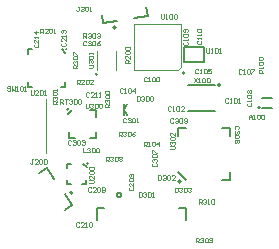
<source format=gto>
G04 Layer_Color=65535*
%FSLAX25Y25*%
%MOIN*%
G70*
G01*
G75*
%ADD44C,0.00400*%
%ADD46C,0.00500*%
%ADD47C,0.00800*%
%ADD48C,0.00700*%
%ADD72C,0.00492*%
%ADD73C,0.00433*%
%ADD74C,0.00394*%
%ADD75C,0.00787*%
D44*
X17511Y15200D02*
X18511Y13700D01*
Y15200D02*
X17511Y13700D01*
X19011D02*
X19510D01*
X19261D01*
Y15200D01*
X19011Y14950D01*
X20260D02*
X20510Y15200D01*
X21010D01*
X21260Y14950D01*
Y13950D01*
X21010Y13700D01*
X20510D01*
X20260Y13950D01*
Y14950D01*
X21760D02*
X22010Y15200D01*
X22510D01*
X22759Y14950D01*
Y13950D01*
X22510Y13700D01*
X22010D01*
X21760Y13950D01*
Y14950D01*
X9601Y-8600D02*
X10850D01*
X11100Y-8350D01*
Y-7850D01*
X10850Y-7600D01*
X9601D01*
X9850Y-7101D02*
X9601Y-6851D01*
Y-6351D01*
X9850Y-6101D01*
X10100D01*
X10350Y-6351D01*
Y-6601D01*
Y-6351D01*
X10600Y-6101D01*
X10850D01*
X11100Y-6351D01*
Y-6851D01*
X10850Y-7101D01*
X9850Y-5601D02*
X9601Y-5351D01*
Y-4851D01*
X9850Y-4601D01*
X10850D01*
X11100Y-4851D01*
Y-5351D01*
X10850Y-5601D01*
X9850D01*
X11100Y-3102D02*
Y-4101D01*
X10100Y-3102D01*
X9850D01*
X9601Y-3352D01*
Y-3852D01*
X9850Y-4101D01*
X-17600Y18600D02*
X-16350D01*
X-16100Y18850D01*
Y19350D01*
X-16350Y19600D01*
X-17600D01*
X-17350Y20099D02*
X-17600Y20349D01*
Y20849D01*
X-17350Y21099D01*
X-17100D01*
X-16850Y20849D01*
Y20599D01*
Y20849D01*
X-16600Y21099D01*
X-16350D01*
X-16100Y20849D01*
Y20349D01*
X-16350Y20099D01*
X-17350Y21599D02*
X-17600Y21849D01*
Y22349D01*
X-17350Y22599D01*
X-16350D01*
X-16100Y22349D01*
Y21849D01*
X-16350Y21599D01*
X-17350D01*
X-16100Y23099D02*
Y23598D01*
Y23348D01*
X-17600D01*
X-17350Y23099D01*
X-18600Y6600D02*
Y5350D01*
X-18350Y5100D01*
X-17850D01*
X-17600Y5350D01*
Y6600D01*
X-17100Y6350D02*
X-16851Y6600D01*
X-16351D01*
X-16101Y6350D01*
Y6100D01*
X-16351Y5850D01*
X-16601D01*
X-16351D01*
X-16101Y5600D01*
Y5350D01*
X-16351Y5100D01*
X-16851D01*
X-17100Y5350D01*
X-15601Y6350D02*
X-15351Y6600D01*
X-14851D01*
X-14601Y6350D01*
Y5350D01*
X-14851Y5100D01*
X-15351D01*
X-15601Y5350D01*
Y6350D01*
X-14101D02*
X-13851Y6600D01*
X-13352D01*
X-13102Y6350D01*
Y5350D01*
X-13352Y5100D01*
X-13851D01*
X-14101Y5350D01*
Y6350D01*
X-36900Y11100D02*
Y9850D01*
X-36650Y9600D01*
X-36150D01*
X-35900Y9850D01*
Y11100D01*
X-34401Y9600D02*
X-35401D01*
X-34401Y10600D01*
Y10850D01*
X-34651Y11100D01*
X-35151D01*
X-35401Y10850D01*
X-33901D02*
X-33651Y11100D01*
X-33151D01*
X-32901Y10850D01*
Y9850D01*
X-33151Y9600D01*
X-33651D01*
X-33901Y9850D01*
Y10850D01*
X-32401Y9600D02*
X-31902D01*
X-32151D01*
Y11100D01*
X-32401Y10850D01*
X-17400Y-19894D02*
X-16150D01*
X-15900Y-19644D01*
Y-19144D01*
X-16150Y-18894D01*
X-17400D01*
X-15900Y-17394D02*
Y-18394D01*
X-16900Y-17394D01*
X-17150D01*
X-17400Y-17644D01*
Y-18144D01*
X-17150Y-18394D01*
Y-16895D02*
X-17400Y-16645D01*
Y-16145D01*
X-17150Y-15895D01*
X-16150D01*
X-15900Y-16145D01*
Y-16645D01*
X-16150Y-16895D01*
X-17150D01*
Y-15395D02*
X-17400Y-15145D01*
Y-14645D01*
X-17150Y-14396D01*
X-16150D01*
X-15900Y-14645D01*
Y-15145D01*
X-16150Y-15395D01*
X-17150D01*
X21700Y24974D02*
Y23725D01*
X21950Y23475D01*
X22450D01*
X22700Y23725D01*
Y24974D01*
X23200Y23475D02*
X23699D01*
X23449D01*
Y24974D01*
X23200Y24724D01*
X24449D02*
X24699Y24974D01*
X25199D01*
X25449Y24724D01*
Y23725D01*
X25199Y23475D01*
X24699D01*
X24449Y23725D01*
Y24724D01*
X25949Y23475D02*
X26449D01*
X26199D01*
Y24974D01*
X25949Y24724D01*
X6600Y36299D02*
Y35050D01*
X6850Y34800D01*
X7350D01*
X7600Y35050D01*
Y36299D01*
X8100Y34800D02*
X8599D01*
X8349D01*
Y36299D01*
X8100Y36050D01*
X9349D02*
X9599Y36299D01*
X10099D01*
X10349Y36050D01*
Y35050D01*
X10099Y34800D01*
X9599D01*
X9349Y35050D01*
Y36050D01*
X10849D02*
X11099Y36299D01*
X11598D01*
X11848Y36050D01*
Y35050D01*
X11598Y34800D01*
X11099D01*
X10849Y35050D01*
Y36050D01*
X-43700Y12150D02*
X-43950Y12399D01*
X-44450D01*
X-44700Y12150D01*
Y11900D01*
X-44450Y11650D01*
X-43950D01*
X-43700Y11400D01*
Y11150D01*
X-43950Y10900D01*
X-44450D01*
X-44700Y11150D01*
X-43200Y12399D02*
Y10900D01*
X-42701Y11400D01*
X-42201Y10900D01*
Y12399D01*
X-41701Y10900D02*
X-41201D01*
X-41451D01*
Y12399D01*
X-41701Y12150D01*
X-40451D02*
X-40201Y12399D01*
X-39702D01*
X-39452Y12150D01*
Y11150D01*
X-39702Y10900D01*
X-40201D01*
X-40451Y11150D01*
Y12150D01*
X-38952Y10900D02*
X-38452D01*
X-38702D01*
Y12399D01*
X-38952Y12150D01*
X-27100Y6600D02*
Y8100D01*
X-26350D01*
X-26100Y7850D01*
Y7350D01*
X-26350Y7100D01*
X-27100D01*
X-26600D02*
X-26100Y6600D01*
X-25600Y8100D02*
X-24601D01*
X-25101D01*
Y6600D01*
X-24101Y7850D02*
X-23851Y8100D01*
X-23351D01*
X-23101Y7850D01*
Y7600D01*
X-23351Y7350D01*
X-23601D01*
X-23351D01*
X-23101Y7100D01*
Y6850D01*
X-23351Y6600D01*
X-23851D01*
X-24101Y6850D01*
X-22601Y7850D02*
X-22352Y8100D01*
X-21852D01*
X-21602Y7850D01*
Y6850D01*
X-21852Y6600D01*
X-22352D01*
X-22601Y6850D01*
Y7850D01*
X-21102D02*
X-20852Y8100D01*
X-20352D01*
X-20102Y7850D01*
Y6850D01*
X-20352Y6600D01*
X-20852D01*
X-21102Y6850D01*
Y7850D01*
X19100Y-26800D02*
Y-25300D01*
X19850D01*
X20100Y-25550D01*
Y-26050D01*
X19850Y-26300D01*
X19100D01*
X19600D02*
X20100Y-26800D01*
X20599Y-25550D02*
X20849Y-25300D01*
X21349D01*
X21599Y-25550D01*
Y-25800D01*
X21349Y-26050D01*
X21099D01*
X21349D01*
X21599Y-26300D01*
Y-26550D01*
X21349Y-26800D01*
X20849D01*
X20599Y-26550D01*
X22099Y-26800D02*
X22599D01*
X22349D01*
Y-25300D01*
X22099Y-25550D01*
X23349D02*
X23599Y-25300D01*
X24098D01*
X24348Y-25550D01*
Y-26550D01*
X24098Y-26800D01*
X23599D01*
X23349Y-26550D01*
Y-25550D01*
X18200Y-39700D02*
Y-38201D01*
X18950D01*
X19200Y-38450D01*
Y-38950D01*
X18950Y-39200D01*
X18200D01*
X18700D02*
X19200Y-39700D01*
X19700Y-38450D02*
X19949Y-38201D01*
X20449D01*
X20699Y-38450D01*
Y-38700D01*
X20449Y-38950D01*
X20199D01*
X20449D01*
X20699Y-39200D01*
Y-39450D01*
X20449Y-39700D01*
X19949D01*
X19700Y-39450D01*
X21199Y-38450D02*
X21449Y-38201D01*
X21949D01*
X22199Y-38450D01*
Y-39450D01*
X21949Y-39700D01*
X21449D01*
X21199Y-39450D01*
Y-38450D01*
X22699Y-39450D02*
X22949Y-39700D01*
X23448D01*
X23698Y-39450D01*
Y-38450D01*
X23448Y-38201D01*
X22949D01*
X22699Y-38450D01*
Y-38700D01*
X22949Y-38950D01*
X23698D01*
X-11900Y-12600D02*
Y-11101D01*
X-11150D01*
X-10900Y-11350D01*
Y-11850D01*
X-11150Y-12100D01*
X-11900D01*
X-11400D02*
X-10900Y-12600D01*
X-10401Y-11350D02*
X-10151Y-11101D01*
X-9651D01*
X-9401Y-11350D01*
Y-11600D01*
X-9651Y-11850D01*
X-9901D01*
X-9651D01*
X-9401Y-12100D01*
Y-12350D01*
X-9651Y-12600D01*
X-10151D01*
X-10401Y-12350D01*
X-8901Y-11350D02*
X-8651Y-11101D01*
X-8151D01*
X-7901Y-11350D01*
Y-12350D01*
X-8151Y-12600D01*
X-8651D01*
X-8901Y-12350D01*
Y-11350D01*
X-7401D02*
X-7152Y-11101D01*
X-6652D01*
X-6402Y-11350D01*
Y-11600D01*
X-6652Y-11850D01*
X-6402Y-12100D01*
Y-12350D01*
X-6652Y-12600D01*
X-7152D01*
X-7401Y-12350D01*
Y-12100D01*
X-7152Y-11850D01*
X-7401Y-11600D01*
Y-11350D01*
X-7152Y-11850D02*
X-6652D01*
X-21300Y18300D02*
X-22799D01*
Y19050D01*
X-22550Y19300D01*
X-22050D01*
X-21800Y19050D01*
Y18300D01*
Y18800D02*
X-21300Y19300D01*
X-22550Y19800D02*
X-22799Y20049D01*
Y20549D01*
X-22550Y20799D01*
X-22300D01*
X-22050Y20549D01*
Y20299D01*
Y20549D01*
X-21800Y20799D01*
X-21550D01*
X-21300Y20549D01*
Y20049D01*
X-21550Y19800D01*
X-22550Y21299D02*
X-22799Y21549D01*
Y22049D01*
X-22550Y22299D01*
X-21550D01*
X-21300Y22049D01*
Y21549D01*
X-21550Y21299D01*
X-22550D01*
X-22799Y22799D02*
Y23798D01*
X-22550D01*
X-21550Y22799D01*
X-21300D01*
X-7550Y-4275D02*
Y-2775D01*
X-6801D01*
X-6551Y-3025D01*
Y-3525D01*
X-6801Y-3775D01*
X-7550D01*
X-7051D02*
X-6551Y-4275D01*
X-6051Y-3025D02*
X-5801Y-2775D01*
X-5301D01*
X-5051Y-3025D01*
Y-3275D01*
X-5301Y-3525D01*
X-5551D01*
X-5301D01*
X-5051Y-3775D01*
Y-4025D01*
X-5301Y-4275D01*
X-5801D01*
X-6051Y-4025D01*
X-4551Y-3025D02*
X-4301Y-2775D01*
X-3802D01*
X-3552Y-3025D01*
Y-4025D01*
X-3802Y-4275D01*
X-4301D01*
X-4551Y-4025D01*
Y-3025D01*
X-2052Y-2775D02*
X-2552Y-3025D01*
X-3052Y-3525D01*
Y-4025D01*
X-2802Y-4275D01*
X-2302D01*
X-2052Y-4025D01*
Y-3775D01*
X-2302Y-3525D01*
X-3052D01*
X-19300Y28500D02*
Y30000D01*
X-18550D01*
X-18300Y29750D01*
Y29250D01*
X-18550Y29000D01*
X-19300D01*
X-18800D02*
X-18300Y28500D01*
X-17800Y29750D02*
X-17551Y30000D01*
X-17051D01*
X-16801Y29750D01*
Y29500D01*
X-17051Y29250D01*
X-17301D01*
X-17051D01*
X-16801Y29000D01*
Y28750D01*
X-17051Y28500D01*
X-17551D01*
X-17800Y28750D01*
X-16301Y29750D02*
X-16051Y30000D01*
X-15551D01*
X-15301Y29750D01*
Y28750D01*
X-15551Y28500D01*
X-16051D01*
X-16301Y28750D01*
Y29750D01*
X-14801D02*
X-14551Y30000D01*
X-14052D01*
X-13802Y29750D01*
Y29500D01*
X-14052Y29250D01*
X-14302D01*
X-14052D01*
X-13802Y29000D01*
Y28750D01*
X-14052Y28500D01*
X-14551D01*
X-14801Y28750D01*
X-28100Y6400D02*
X-29599D01*
Y7150D01*
X-29350Y7400D01*
X-28850D01*
X-28600Y7150D01*
Y6400D01*
Y6900D02*
X-28100Y7400D01*
X-29350Y7899D02*
X-29599Y8149D01*
Y8649D01*
X-29350Y8899D01*
X-29100D01*
X-28850Y8649D01*
Y8399D01*
Y8649D01*
X-28600Y8899D01*
X-28350D01*
X-28100Y8649D01*
Y8149D01*
X-28350Y7899D01*
X-29350Y9399D02*
X-29599Y9649D01*
Y10149D01*
X-29350Y10399D01*
X-28350D01*
X-28100Y10149D01*
Y9649D01*
X-28350Y9399D01*
X-29350D01*
X-28100Y10899D02*
Y11398D01*
Y11148D01*
X-29599D01*
X-29350Y10899D01*
X-10700Y5400D02*
X-12200D01*
Y6150D01*
X-11950Y6400D01*
X-11450D01*
X-11200Y6150D01*
Y5400D01*
Y5900D02*
X-10700Y6400D01*
X-11950Y6899D02*
X-12200Y7149D01*
Y7649D01*
X-11950Y7899D01*
X-11700D01*
X-11450Y7649D01*
Y7399D01*
Y7649D01*
X-11200Y7899D01*
X-10950D01*
X-10700Y7649D01*
Y7149D01*
X-10950Y6899D01*
X-11950Y8399D02*
X-12200Y8649D01*
Y9149D01*
X-11950Y9399D01*
X-10950D01*
X-10700Y9149D01*
Y8649D01*
X-10950Y8399D01*
X-11950D01*
Y9899D02*
X-12200Y10148D01*
Y10648D01*
X-11950Y10898D01*
X-10950D01*
X-10700Y10648D01*
Y10148D01*
X-10950Y9899D01*
X-11950D01*
X-21600Y13100D02*
Y14600D01*
X-20850D01*
X-20600Y14350D01*
Y13850D01*
X-20850Y13600D01*
X-21600D01*
X-21100D02*
X-20600Y13100D01*
X-19101D02*
X-20100D01*
X-19101Y14100D01*
Y14350D01*
X-19351Y14600D01*
X-19851D01*
X-20100Y14350D01*
X-18601D02*
X-18351Y14600D01*
X-17851D01*
X-17601Y14350D01*
Y13350D01*
X-17851Y13100D01*
X-18351D01*
X-18601Y13350D01*
Y14350D01*
X-16102Y13100D02*
X-17101D01*
X-16102Y14100D01*
Y14350D01*
X-16352Y14600D01*
X-16851D01*
X-17101Y14350D01*
X-33700Y30100D02*
Y31600D01*
X-32950D01*
X-32700Y31350D01*
Y30850D01*
X-32950Y30600D01*
X-33700D01*
X-33200D02*
X-32700Y30100D01*
X-31201D02*
X-32201D01*
X-31201Y31100D01*
Y31350D01*
X-31451Y31600D01*
X-31951D01*
X-32201Y31350D01*
X-30701D02*
X-30451Y31600D01*
X-29951D01*
X-29701Y31350D01*
Y30350D01*
X-29951Y30100D01*
X-30451D01*
X-30701Y30350D01*
Y31350D01*
X-29201Y30100D02*
X-28702D01*
X-28951D01*
Y31600D01*
X-29201Y31350D01*
X-3800Y20100D02*
X-5300D01*
Y20850D01*
X-5050Y21100D01*
X-4550D01*
X-4300Y20850D01*
Y20100D01*
Y20600D02*
X-3800Y21100D01*
Y22599D02*
Y21599D01*
X-4800Y22599D01*
X-5050D01*
X-5300Y22349D01*
Y21849D01*
X-5050Y21599D01*
Y23099D02*
X-5300Y23349D01*
Y23849D01*
X-5050Y24099D01*
X-4050D01*
X-3800Y23849D01*
Y23349D01*
X-4050Y23099D01*
X-5050D01*
Y24599D02*
X-5300Y24848D01*
Y25348D01*
X-5050Y25598D01*
X-4050D01*
X-3800Y25348D01*
Y24848D01*
X-4050Y24599D01*
X-5050D01*
X800Y-7600D02*
Y-6101D01*
X1550D01*
X1800Y-6350D01*
Y-6850D01*
X1550Y-7100D01*
X800D01*
X1300D02*
X1800Y-7600D01*
X2300D02*
X2799D01*
X2549D01*
Y-6101D01*
X2300Y-6350D01*
X3549D02*
X3799Y-6101D01*
X4299D01*
X4549Y-6350D01*
Y-7350D01*
X4299Y-7600D01*
X3799D01*
X3549Y-7350D01*
Y-6350D01*
X5798Y-7600D02*
Y-6101D01*
X5049Y-6850D01*
X6048D01*
X40581Y16800D02*
X39082D01*
Y17550D01*
X39331Y17800D01*
X39831D01*
X40081Y17550D01*
Y16800D01*
Y17300D02*
X40581Y17800D01*
Y18300D02*
Y18799D01*
Y18549D01*
X39082D01*
X39331Y18300D01*
Y19549D02*
X39082Y19799D01*
Y20299D01*
X39331Y20549D01*
X40331D01*
X40581Y20299D01*
Y19799D01*
X40331Y19549D01*
X39331D01*
Y21049D02*
X39082Y21299D01*
Y21798D01*
X39331Y22048D01*
X40331D01*
X40581Y21798D01*
Y21299D01*
X40331Y21049D01*
X39331D01*
X-19600Y-8201D02*
Y-9700D01*
X-18600D01*
X-18101Y-8450D02*
X-17851Y-8201D01*
X-17351D01*
X-17101Y-8450D01*
Y-8700D01*
X-17351Y-8950D01*
X-17601D01*
X-17351D01*
X-17101Y-9200D01*
Y-9450D01*
X-17351Y-9700D01*
X-17851D01*
X-18101Y-9450D01*
X-16601Y-8450D02*
X-16351Y-8201D01*
X-15851D01*
X-15601Y-8450D01*
Y-9450D01*
X-15851Y-9700D01*
X-16351D01*
X-16601Y-9450D01*
Y-8450D01*
X-15101D02*
X-14852Y-8201D01*
X-14352D01*
X-14102Y-8450D01*
Y-9450D01*
X-14352Y-9700D01*
X-14852D01*
X-15101Y-9450D01*
Y-8450D01*
X11100Y-21400D02*
Y-22900D01*
X11850D01*
X12100Y-22650D01*
Y-21650D01*
X11850Y-21400D01*
X11100D01*
X12599Y-21650D02*
X12849Y-21400D01*
X13349D01*
X13599Y-21650D01*
Y-21900D01*
X13349Y-22150D01*
X13099D01*
X13349D01*
X13599Y-22400D01*
Y-22650D01*
X13349Y-22900D01*
X12849D01*
X12599Y-22650D01*
X14099Y-21650D02*
X14349Y-21400D01*
X14849D01*
X15099Y-21650D01*
Y-22650D01*
X14849Y-22900D01*
X14349D01*
X14099Y-22650D01*
Y-21650D01*
X15599D02*
X15848Y-21400D01*
X16348D01*
X16598Y-21650D01*
Y-21900D01*
X16348Y-22150D01*
X16098D01*
X16348D01*
X16598Y-22400D01*
Y-22650D01*
X16348Y-22900D01*
X15848D01*
X15599Y-22650D01*
X5600Y-17300D02*
Y-18800D01*
X6350D01*
X6600Y-18550D01*
Y-17550D01*
X6350Y-17300D01*
X5600D01*
X7100Y-17550D02*
X7349Y-17300D01*
X7849D01*
X8099Y-17550D01*
Y-17800D01*
X7849Y-18050D01*
X7599D01*
X7849D01*
X8099Y-18300D01*
Y-18550D01*
X7849Y-18800D01*
X7349D01*
X7100Y-18550D01*
X8599Y-17550D02*
X8849Y-17300D01*
X9349D01*
X9599Y-17550D01*
Y-18550D01*
X9349Y-18800D01*
X8849D01*
X8599Y-18550D01*
Y-17550D01*
X11098Y-18800D02*
X10099D01*
X11098Y-17800D01*
Y-17550D01*
X10848Y-17300D01*
X10349D01*
X10099Y-17550D01*
X-900Y-22900D02*
Y-24400D01*
X-150D01*
X100Y-24150D01*
Y-23150D01*
X-150Y-22900D01*
X-900D01*
X599Y-23150D02*
X849Y-22900D01*
X1349D01*
X1599Y-23150D01*
Y-23400D01*
X1349Y-23650D01*
X1099D01*
X1349D01*
X1599Y-23900D01*
Y-24150D01*
X1349Y-24400D01*
X849D01*
X599Y-24150D01*
X2099Y-23150D02*
X2349Y-22900D01*
X2849D01*
X3099Y-23150D01*
Y-24150D01*
X2849Y-24400D01*
X2349D01*
X2099Y-24150D01*
Y-23150D01*
X3599Y-24400D02*
X4098D01*
X3849D01*
Y-22900D01*
X3599Y-23150D01*
X-1600Y8999D02*
Y7500D01*
X-850D01*
X-600Y7750D01*
Y8750D01*
X-850Y8999D01*
X-1600D01*
X-100Y8750D02*
X149Y8999D01*
X649D01*
X899Y8750D01*
Y8500D01*
X649Y8250D01*
X399D01*
X649D01*
X899Y8000D01*
Y7750D01*
X649Y7500D01*
X149D01*
X-100Y7750D01*
X1399Y8750D02*
X1649Y8999D01*
X2149D01*
X2399Y8750D01*
Y7750D01*
X2149Y7500D01*
X1649D01*
X1399Y7750D01*
Y8750D01*
X2899D02*
X3148Y8999D01*
X3648D01*
X3898Y8750D01*
Y7750D01*
X3648Y7500D01*
X3148D01*
X2899Y7750D01*
Y8750D01*
X10700Y1450D02*
X10450Y1699D01*
X9950D01*
X9700Y1450D01*
Y450D01*
X9950Y200D01*
X10450D01*
X10700Y450D01*
X11199Y1450D02*
X11449Y1699D01*
X11949D01*
X12199Y1450D01*
Y1200D01*
X11949Y950D01*
X11699D01*
X11949D01*
X12199Y700D01*
Y450D01*
X11949Y200D01*
X11449D01*
X11199Y450D01*
X12699Y1450D02*
X12949Y1699D01*
X13449D01*
X13699Y1450D01*
Y450D01*
X13449Y200D01*
X12949D01*
X12699Y450D01*
Y1450D01*
X14199Y450D02*
X14448Y200D01*
X14948D01*
X15198Y450D01*
Y1450D01*
X14948Y1699D01*
X14448D01*
X14199Y1450D01*
Y1200D01*
X14448Y950D01*
X15198D01*
X32350Y-1900D02*
X32599Y-1650D01*
Y-1150D01*
X32350Y-900D01*
X31350D01*
X31100Y-1150D01*
Y-1650D01*
X31350Y-1900D01*
X32350Y-2400D02*
X32599Y-2649D01*
Y-3149D01*
X32350Y-3399D01*
X32100D01*
X31850Y-3149D01*
Y-2899D01*
Y-3149D01*
X31600Y-3399D01*
X31350D01*
X31100Y-3149D01*
Y-2649D01*
X31350Y-2400D01*
X32350Y-3899D02*
X32599Y-4149D01*
Y-4649D01*
X32350Y-4899D01*
X31350D01*
X31100Y-4649D01*
Y-4149D01*
X31350Y-3899D01*
X32350D01*
Y-5399D02*
X32599Y-5649D01*
Y-6148D01*
X32350Y-6398D01*
X32100D01*
X31850Y-6148D01*
X31600Y-6398D01*
X31350D01*
X31100Y-6148D01*
Y-5649D01*
X31350Y-5399D01*
X31600D01*
X31850Y-5649D01*
X32100Y-5399D01*
X32350D01*
X31850Y-5649D02*
Y-6148D01*
X3850Y-13300D02*
X3601Y-13550D01*
Y-14050D01*
X3850Y-14300D01*
X4850D01*
X5100Y-14050D01*
Y-13550D01*
X4850Y-13300D01*
X3850Y-12800D02*
X3601Y-12551D01*
Y-12051D01*
X3850Y-11801D01*
X4100D01*
X4350Y-12051D01*
Y-12301D01*
Y-12051D01*
X4600Y-11801D01*
X4850D01*
X5100Y-12051D01*
Y-12551D01*
X4850Y-12800D01*
X3850Y-11301D02*
X3601Y-11051D01*
Y-10551D01*
X3850Y-10301D01*
X4850D01*
X5100Y-10551D01*
Y-11051D01*
X4850Y-11301D01*
X3850D01*
X3601Y-9801D02*
Y-8802D01*
X3850D01*
X4850Y-9801D01*
X5100D01*
X-18300Y27250D02*
X-18550Y27499D01*
X-19050D01*
X-19300Y27250D01*
Y26250D01*
X-19050Y26000D01*
X-18550D01*
X-18300Y26250D01*
X-17800Y27250D02*
X-17551Y27499D01*
X-17051D01*
X-16801Y27250D01*
Y27000D01*
X-17051Y26750D01*
X-17301D01*
X-17051D01*
X-16801Y26500D01*
Y26250D01*
X-17051Y26000D01*
X-17551D01*
X-17800Y26250D01*
X-16301Y27250D02*
X-16051Y27499D01*
X-15551D01*
X-15301Y27250D01*
Y26250D01*
X-15551Y26000D01*
X-16051D01*
X-16301Y26250D01*
Y27250D01*
X-13802Y27499D02*
X-14302Y27250D01*
X-14801Y26750D01*
Y26250D01*
X-14551Y26000D01*
X-14052D01*
X-13802Y26250D01*
Y26500D01*
X-14052Y26750D01*
X-14801D01*
X-23400Y-5850D02*
X-23650Y-5601D01*
X-24150D01*
X-24400Y-5850D01*
Y-6850D01*
X-24150Y-7100D01*
X-23650D01*
X-23400Y-6850D01*
X-22900Y-5850D02*
X-22651Y-5601D01*
X-22151D01*
X-21901Y-5850D01*
Y-6100D01*
X-22151Y-6350D01*
X-22401D01*
X-22151D01*
X-21901Y-6600D01*
Y-6850D01*
X-22151Y-7100D01*
X-22651D01*
X-22900Y-6850D01*
X-21401Y-5850D02*
X-21151Y-5601D01*
X-20651D01*
X-20401Y-5850D01*
Y-6850D01*
X-20651Y-7100D01*
X-21151D01*
X-21401Y-6850D01*
Y-5850D01*
X-19901D02*
X-19651Y-5601D01*
X-19152D01*
X-18902Y-5850D01*
Y-6100D01*
X-19152Y-6350D01*
X-19402D01*
X-19152D01*
X-18902Y-6600D01*
Y-6850D01*
X-19152Y-7100D01*
X-19651D01*
X-19901Y-6850D01*
X-5100Y1550D02*
X-5350Y1799D01*
X-5850D01*
X-6100Y1550D01*
Y550D01*
X-5850Y300D01*
X-5350D01*
X-5100Y550D01*
X-4600Y1550D02*
X-4351Y1799D01*
X-3851D01*
X-3601Y1550D01*
Y1300D01*
X-3851Y1050D01*
X-4101D01*
X-3851D01*
X-3601Y800D01*
Y550D01*
X-3851Y300D01*
X-4351D01*
X-4600Y550D01*
X-3101Y1550D02*
X-2851Y1799D01*
X-2351D01*
X-2101Y1550D01*
Y550D01*
X-2351Y300D01*
X-2851D01*
X-3101Y550D01*
Y1550D01*
X-1601Y300D02*
X-1102D01*
X-1352D01*
Y1799D01*
X-1601Y1550D01*
X-35534Y26400D02*
X-35784Y26150D01*
Y25650D01*
X-35534Y25400D01*
X-34534D01*
X-34284Y25650D01*
Y26150D01*
X-34534Y26400D01*
X-34284Y27899D02*
Y26899D01*
X-35284Y27899D01*
X-35534D01*
X-35784Y27649D01*
Y27149D01*
X-35534Y26899D01*
X-34284Y28399D02*
Y28899D01*
Y28649D01*
X-35784D01*
X-35534Y28399D01*
X-34284Y30398D02*
X-35784D01*
X-35034Y29649D01*
Y30648D01*
X-26452Y26795D02*
X-26702Y26545D01*
Y26045D01*
X-26452Y25795D01*
X-25452D01*
X-25202Y26045D01*
Y26545D01*
X-25452Y26795D01*
X-25202Y28295D02*
Y27295D01*
X-26202Y28295D01*
X-26452D01*
X-26702Y28045D01*
Y27545D01*
X-26452Y27295D01*
X-25202Y28794D02*
Y29294D01*
Y29044D01*
X-26702D01*
X-26452Y28794D01*
Y30044D02*
X-26702Y30294D01*
Y30794D01*
X-26452Y31044D01*
X-26202D01*
X-25952Y30794D01*
Y30544D01*
Y30794D01*
X-25702Y31044D01*
X-25452D01*
X-25202Y30794D01*
Y30294D01*
X-25452Y30044D01*
X-17400Y10150D02*
X-17650Y10400D01*
X-18150D01*
X-18400Y10150D01*
Y9150D01*
X-18150Y8900D01*
X-17650D01*
X-17400Y9150D01*
X-15901Y8900D02*
X-16901D01*
X-15901Y9900D01*
Y10150D01*
X-16151Y10400D01*
X-16651D01*
X-16901Y10150D01*
X-15401Y8900D02*
X-14901D01*
X-15151D01*
Y10400D01*
X-15401Y10150D01*
X-14151Y8900D02*
X-13652D01*
X-13901D01*
Y10400D01*
X-14151Y10150D01*
X-20700Y-33150D02*
X-20950Y-32901D01*
X-21450D01*
X-21700Y-33150D01*
Y-34150D01*
X-21450Y-34400D01*
X-20950D01*
X-20700Y-34150D01*
X-19201Y-34400D02*
X-20200D01*
X-19201Y-33400D01*
Y-33150D01*
X-19451Y-32901D01*
X-19951D01*
X-20200Y-33150D01*
X-18701Y-34400D02*
X-18201D01*
X-18451D01*
Y-32901D01*
X-18701Y-33150D01*
X-17451D02*
X-17201Y-32901D01*
X-16702D01*
X-16452Y-33150D01*
Y-34150D01*
X-16702Y-34400D01*
X-17201D01*
X-17451Y-34150D01*
Y-33150D01*
X-3950Y-21300D02*
X-4200Y-21550D01*
Y-22050D01*
X-3950Y-22300D01*
X-2950D01*
X-2700Y-22050D01*
Y-21550D01*
X-2950Y-21300D01*
X-2700Y-19801D02*
Y-20800D01*
X-3700Y-19801D01*
X-3950D01*
X-4200Y-20051D01*
Y-20551D01*
X-3950Y-20800D01*
Y-19301D02*
X-4200Y-19051D01*
Y-18551D01*
X-3950Y-18301D01*
X-2950D01*
X-2700Y-18551D01*
Y-19051D01*
X-2950Y-19301D01*
X-3950D01*
X-2950Y-17801D02*
X-2700Y-17551D01*
Y-17052D01*
X-2950Y-16802D01*
X-3950D01*
X-4200Y-17052D01*
Y-17551D01*
X-3950Y-17801D01*
X-3700D01*
X-3450Y-17551D01*
Y-16802D01*
X-16700Y-21550D02*
X-16950Y-21301D01*
X-17450D01*
X-17700Y-21550D01*
Y-22550D01*
X-17450Y-22800D01*
X-16950D01*
X-16700Y-22550D01*
X-15201Y-22800D02*
X-16201D01*
X-15201Y-21800D01*
Y-21550D01*
X-15451Y-21301D01*
X-15951D01*
X-16201Y-21550D01*
X-14701D02*
X-14451Y-21301D01*
X-13951D01*
X-13701Y-21550D01*
Y-22550D01*
X-13951Y-22800D01*
X-14451D01*
X-14701Y-22550D01*
Y-21550D01*
X-13201D02*
X-12952Y-21301D01*
X-12452D01*
X-12202Y-21550D01*
Y-21800D01*
X-12452Y-22050D01*
X-12202Y-22300D01*
Y-22550D01*
X-12452Y-22800D01*
X-12952D01*
X-13201Y-22550D01*
Y-22300D01*
X-12952Y-22050D01*
X-13201Y-21800D01*
Y-21550D01*
X-12952Y-22050D02*
X-12452D01*
X18750Y27600D02*
X18500Y27350D01*
Y26850D01*
X18750Y26600D01*
X19750D01*
X20000Y26850D01*
Y27350D01*
X19750Y27600D01*
X20000Y28100D02*
Y28599D01*
Y28349D01*
X18500D01*
X18750Y28100D01*
X20000Y29349D02*
Y29849D01*
Y29599D01*
X18500D01*
X18750Y29349D01*
Y30599D02*
X18500Y30849D01*
Y31348D01*
X18750Y31598D01*
X19750D01*
X20000Y31348D01*
Y30849D01*
X19750Y30599D01*
X18750D01*
X14200Y27149D02*
X13950Y26899D01*
Y26399D01*
X14200Y26149D01*
X15199D01*
X15449Y26399D01*
Y26899D01*
X15199Y27149D01*
X15449Y27649D02*
Y28149D01*
Y27899D01*
X13950D01*
X14200Y27649D01*
Y28898D02*
X13950Y29148D01*
Y29648D01*
X14200Y29898D01*
X15199D01*
X15449Y29648D01*
Y29148D01*
X15199Y28898D01*
X14200D01*
X15199Y30398D02*
X15449Y30648D01*
Y31148D01*
X15199Y31398D01*
X14200D01*
X13950Y31148D01*
Y30648D01*
X14200Y30398D01*
X14449D01*
X14699Y30648D01*
Y31398D01*
X35432Y6800D02*
X35182Y6550D01*
Y6050D01*
X35432Y5800D01*
X36431D01*
X36681Y6050D01*
Y6550D01*
X36431Y6800D01*
X36681Y7299D02*
Y7799D01*
Y7549D01*
X35182D01*
X35432Y7299D01*
Y8549D02*
X35182Y8799D01*
Y9299D01*
X35432Y9549D01*
X36431D01*
X36681Y9299D01*
Y8799D01*
X36431Y8549D01*
X35432D01*
Y10049D02*
X35182Y10299D01*
Y10798D01*
X35432Y11048D01*
X35681D01*
X35931Y10798D01*
X36181Y11048D01*
X36431D01*
X36681Y10798D01*
Y10299D01*
X36431Y10049D01*
X36181D01*
X35931Y10299D01*
X35681Y10049D01*
X35432D01*
X35931Y10299D02*
Y10798D01*
X33400Y17868D02*
X33150Y18118D01*
X32650D01*
X32400Y17868D01*
Y16869D01*
X32650Y16619D01*
X33150D01*
X33400Y16869D01*
X33900Y16619D02*
X34399D01*
X34149D01*
Y18118D01*
X33900Y17868D01*
X35149D02*
X35399Y18118D01*
X35899D01*
X36149Y17868D01*
Y16869D01*
X35899Y16619D01*
X35399D01*
X35149Y16869D01*
Y17868D01*
X36649Y18118D02*
X37648D01*
Y17868D01*
X36649Y16869D01*
Y16619D01*
X19000Y17950D02*
X18750Y18200D01*
X18250D01*
X18000Y17950D01*
Y16950D01*
X18250Y16700D01*
X18750D01*
X19000Y16950D01*
X19500Y16700D02*
X19999D01*
X19749D01*
Y18200D01*
X19500Y17950D01*
X20749D02*
X20999Y18200D01*
X21499D01*
X21749Y17950D01*
Y16950D01*
X21499Y16700D01*
X20999D01*
X20749Y16950D01*
Y17950D01*
X23248Y18200D02*
X22249D01*
Y17450D01*
X22749Y17700D01*
X22998D01*
X23248Y17450D01*
Y16950D01*
X22998Y16700D01*
X22499D01*
X22249Y16950D01*
X-6200Y11450D02*
X-6450Y11699D01*
X-6950D01*
X-7200Y11450D01*
Y10450D01*
X-6950Y10200D01*
X-6450D01*
X-6200Y10450D01*
X-5700Y10200D02*
X-5201D01*
X-5451D01*
Y11699D01*
X-5700Y11450D01*
X-4451D02*
X-4201Y11699D01*
X-3701D01*
X-3451Y11450D01*
Y10450D01*
X-3701Y10200D01*
X-4201D01*
X-4451Y10450D01*
Y11450D01*
X-2202Y10200D02*
Y11699D01*
X-2951Y10950D01*
X-1952D01*
X9900Y5450D02*
X9650Y5700D01*
X9150D01*
X8900Y5450D01*
Y4450D01*
X9150Y4200D01*
X9650D01*
X9900Y4450D01*
X10400Y4200D02*
X10899D01*
X10650D01*
Y5700D01*
X10400Y5450D01*
X11649D02*
X11899Y5700D01*
X12399D01*
X12649Y5450D01*
Y4450D01*
X12399Y4200D01*
X11899D01*
X11649Y4450D01*
Y5450D01*
X14148Y4200D02*
X13149D01*
X14148Y5200D01*
Y5450D01*
X13898Y5700D01*
X13399D01*
X13149Y5450D01*
X29000Y8150D02*
X28750Y8399D01*
X28250D01*
X28000Y8150D01*
Y7150D01*
X28250Y6900D01*
X28750D01*
X29000Y7150D01*
X29500Y6900D02*
X29999D01*
X29749D01*
Y8399D01*
X29500Y8150D01*
X30749D02*
X30999Y8399D01*
X31499D01*
X31749Y8150D01*
Y7150D01*
X31499Y6900D01*
X30999D01*
X30749Y7150D01*
Y8150D01*
X32249Y6900D02*
X32748D01*
X32499D01*
Y8399D01*
X32249Y8150D01*
X1800Y15250D02*
X1550Y15499D01*
X1050D01*
X800Y15250D01*
Y14250D01*
X1050Y14000D01*
X1550D01*
X1800Y14250D01*
X2300Y14000D02*
X2799D01*
X2549D01*
Y15499D01*
X2300Y15250D01*
X3549D02*
X3799Y15499D01*
X4299D01*
X4549Y15250D01*
Y14250D01*
X4299Y14000D01*
X3799D01*
X3549Y14250D01*
Y15250D01*
X5049D02*
X5299Y15499D01*
X5798D01*
X6048Y15250D01*
Y14250D01*
X5798Y14000D01*
X5299D01*
X5049Y14250D01*
Y15250D01*
X35800Y1400D02*
Y2400D01*
X36300Y2899D01*
X36800Y2400D01*
Y1400D01*
Y2150D01*
X35800D01*
X37299Y1400D02*
X37799D01*
X37549D01*
Y2899D01*
X37299Y2650D01*
X38549D02*
X38799Y2899D01*
X39299D01*
X39549Y2650D01*
Y1650D01*
X39299Y1400D01*
X38799D01*
X38549Y1650D01*
Y2650D01*
X40049D02*
X40299Y2899D01*
X40798D01*
X41048Y2650D01*
Y1650D01*
X40798Y1400D01*
X40299D01*
X40049Y1650D01*
Y2650D01*
X-36100Y-11901D02*
X-36600D01*
X-36350D01*
Y-13150D01*
X-36600Y-13400D01*
X-36850D01*
X-37100Y-13150D01*
X-34601Y-13400D02*
X-35601D01*
X-34601Y-12400D01*
Y-12150D01*
X-34851Y-11901D01*
X-35351D01*
X-35601Y-12150D01*
X-34101D02*
X-33851Y-11901D01*
X-33351D01*
X-33101Y-12150D01*
Y-13150D01*
X-33351Y-13400D01*
X-33851D01*
X-34101Y-13150D01*
Y-12150D01*
X-32601D02*
X-32351Y-11901D01*
X-31852D01*
X-31602Y-12150D01*
Y-13150D01*
X-31852Y-13400D01*
X-32351D01*
X-32601Y-13150D01*
Y-12150D01*
X-20700Y38899D02*
X-21200D01*
X-20950D01*
Y37650D01*
X-21200Y37400D01*
X-21450D01*
X-21700Y37650D01*
X-20200Y38650D02*
X-19951Y38899D01*
X-19451D01*
X-19201Y38650D01*
Y38400D01*
X-19451Y38150D01*
X-19701D01*
X-19451D01*
X-19201Y37900D01*
Y37650D01*
X-19451Y37400D01*
X-19951D01*
X-20200Y37650D01*
X-18701Y38650D02*
X-18451Y38899D01*
X-17951D01*
X-17701Y38650D01*
Y37650D01*
X-17951Y37400D01*
X-18451D01*
X-18701Y37650D01*
Y38650D01*
X-17201Y37400D02*
X-16702D01*
X-16951D01*
Y38899D01*
X-17201Y38650D01*
D46*
X-22861Y-23149D02*
G03*
X-22861Y-23149I-492J0D01*
G01*
X39478Y5283D02*
G03*
X39478Y5283I-276J0D01*
G01*
X-24206Y4700D02*
G03*
X-24206Y4700I-315J0D01*
G01*
X-25084Y24819D02*
G03*
X-25084Y24819I-197J0D01*
G01*
X-8418Y31952D02*
G03*
X-8418Y31952I-492J0D01*
G01*
X13124Y-19452D02*
G03*
X13124Y-19452I-492J0D01*
G01*
X-6713Y-23846D02*
G03*
X-6713Y-23846I-787J0D01*
G01*
X26434Y12772D02*
G03*
X26434Y12772I-492J0D01*
G01*
X40285Y8335D02*
X43435D01*
X40285Y5185D02*
X43435D01*
X14124Y20452D02*
X21013D01*
X14124D02*
Y25373D01*
X21013Y20452D02*
Y25373D01*
X14124D02*
X21013D01*
X-24324Y3243D02*
X-23143Y4424D01*
X-24159Y-4859D02*
Y-2776D01*
Y-4859D02*
X-22076D01*
X-15000Y2200D02*
Y4300D01*
X-17100D02*
X-15000D01*
X-17100Y-4859D02*
X-15000D01*
Y-2776D01*
X-19632Y-20148D02*
X-18352D01*
Y-18868D01*
X-24848Y-20148D02*
X-23569D01*
X-24848D02*
Y-18868D01*
Y-14931D02*
Y-13652D01*
X-23569D01*
X-19336Y-13455D02*
X-18155Y-14636D01*
X-26482Y24799D02*
X-25301Y23618D01*
X-37899Y23224D02*
Y24799D01*
X-36324D01*
X-37899Y12201D02*
Y13776D01*
Y12201D02*
X-36324D01*
X-26876D02*
X-25301D01*
Y13776D01*
X-5699Y4600D02*
X-4715Y2631D01*
X-5699Y4600D02*
X-4715Y6568D01*
X-5896Y2631D02*
Y6568D01*
X15509Y12870D02*
X24663D01*
X15509Y4110D02*
X24663D01*
D47*
X12239Y-16204D02*
X14896Y-18861D01*
D48*
X-34040Y-16603D02*
X-31583Y-14883D01*
X-29002Y-18569D01*
X-25560Y-23484D02*
X-22979Y-27170D01*
X-25436Y-28891D02*
X-22979Y-27170D01*
X1539Y38872D02*
X2060Y35917D01*
X-2372Y35136D02*
X2060Y35917D01*
X-12712Y33313D02*
X-8281Y34094D01*
X-13233Y36267D02*
X-12712Y33313D01*
D72*
X-17742Y-13357D02*
G03*
X-17742Y-13357I-315J0D01*
G01*
D73*
X14413Y16800D02*
G03*
X14413Y16800I-413J0D01*
G01*
X-2425Y33272D02*
X13283D01*
Y18706D02*
Y33272D01*
X12378Y17800D02*
X13283Y18706D01*
X-2425Y17800D02*
Y33272D01*
Y17800D02*
X12378D01*
D74*
X-14661Y16325D02*
G03*
X-14661Y16325I-394J0D01*
G01*
X-14850Y17750D02*
Y24050D01*
X-8550Y17750D02*
Y24050D01*
X-31732Y-9849D02*
Y8261D01*
D75*
X26904Y-18861D02*
X29561D01*
Y-16204D01*
X26904Y-1539D02*
X29561D01*
Y-4196D02*
Y-1539D01*
X12239D02*
X14896D01*
X12239Y-4196D02*
Y-1539D01*
X12398Y-28285D02*
X14764D01*
Y-32126D02*
Y-28285D01*
X-14764Y-32126D02*
X-14764Y-28285D01*
X-12398Y-28285D01*
M02*

</source>
